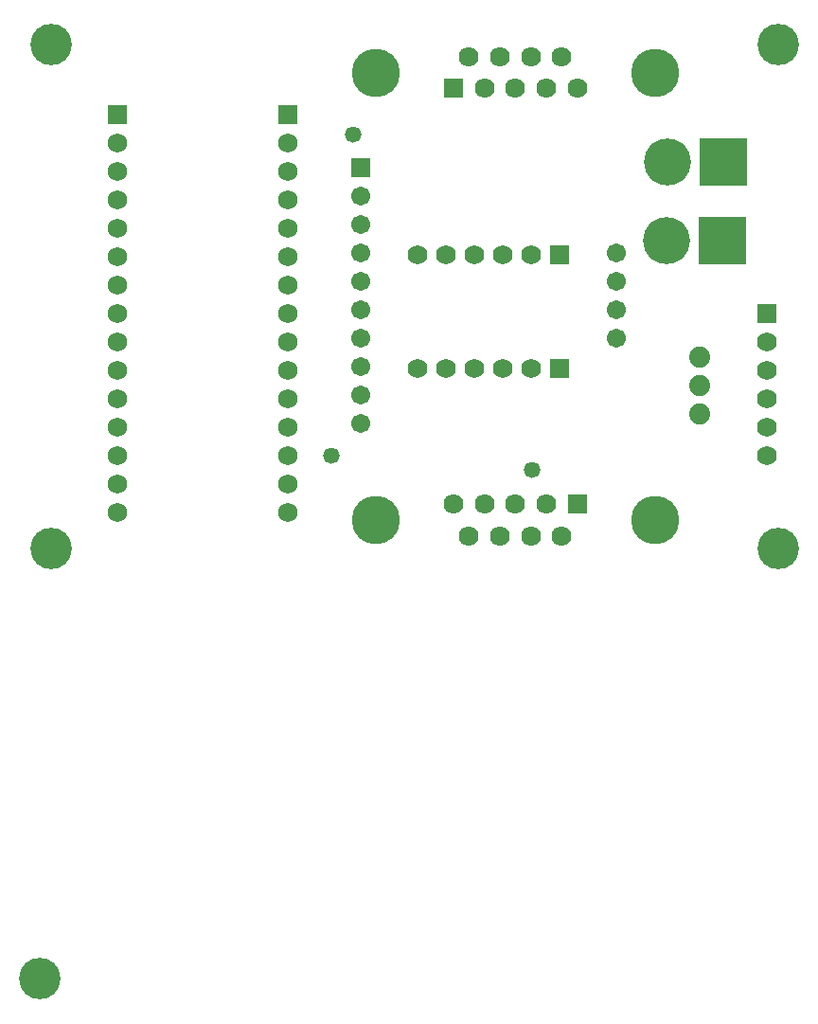
<source format=gbs>
G04*
G04 #@! TF.GenerationSoftware,Altium Limited,Altium Designer,22.8.2 (66)*
G04*
G04 Layer_Color=16711935*
%FSLAX42Y42*%
%MOMM*%
G71*
G04*
G04 #@! TF.SameCoordinates,A2DC5003-0238-437C-B528-B030F6F49A69*
G04*
G04*
G04 #@! TF.FilePolarity,Negative*
G04*
G01*
G75*
%ADD18C,4.32*%
%ADD19R,1.78X1.78*%
%ADD20C,1.78*%
%ADD21R,1.71X1.71*%
%ADD22C,1.71*%
%ADD23C,1.73*%
%ADD24R,1.73X1.73*%
%ADD25R,1.76X1.76*%
%ADD26C,1.76*%
%ADD27C,4.20*%
%ADD28R,4.20X4.20*%
%ADD29C,3.70*%
%ADD30R,1.76X1.76*%
%ADD31C,1.88*%
%ADD32C,1.47*%
D18*
X5649Y500D02*
D03*
X3150D02*
D03*
X5649Y4500D02*
D03*
X3150D02*
D03*
D19*
X4954Y642D02*
D03*
X3846Y4358D02*
D03*
D20*
X4815Y358D02*
D03*
X4677Y642D02*
D03*
X4538Y358D02*
D03*
X4400Y642D02*
D03*
X4262Y358D02*
D03*
X4123Y642D02*
D03*
X3985Y358D02*
D03*
X3846Y642D02*
D03*
X4954Y4358D02*
D03*
X4815Y4642D02*
D03*
X4677Y4358D02*
D03*
X4538Y4642D02*
D03*
X4400Y4358D02*
D03*
X4262Y4642D02*
D03*
X4123Y4358D02*
D03*
X3985Y4642D02*
D03*
D21*
X3014Y3648D02*
D03*
D22*
Y3140D02*
D03*
Y2886D02*
D03*
Y2632D02*
D03*
Y2378D02*
D03*
Y2124D02*
D03*
Y1870D02*
D03*
Y1616D02*
D03*
Y1362D02*
D03*
Y3394D02*
D03*
X5300Y2886D02*
D03*
Y2632D02*
D03*
Y2378D02*
D03*
Y2124D02*
D03*
D23*
X838Y566D02*
D03*
Y819D02*
D03*
Y1073D02*
D03*
Y1327D02*
D03*
Y1581D02*
D03*
Y1835D02*
D03*
Y2090D02*
D03*
Y2343D02*
D03*
Y2598D02*
D03*
Y2851D02*
D03*
Y3106D02*
D03*
Y3360D02*
D03*
Y3613D02*
D03*
Y3867D02*
D03*
X2362Y566D02*
D03*
Y819D02*
D03*
Y1073D02*
D03*
Y1327D02*
D03*
Y1581D02*
D03*
Y1835D02*
D03*
Y2090D02*
D03*
Y2343D02*
D03*
Y2598D02*
D03*
Y2851D02*
D03*
Y3106D02*
D03*
Y3360D02*
D03*
Y3613D02*
D03*
Y3867D02*
D03*
D24*
X838Y4122D02*
D03*
X2362D02*
D03*
D25*
X4795Y2871D02*
D03*
Y1855D02*
D03*
D26*
X4287Y2871D02*
D03*
X4033D02*
D03*
X3779D02*
D03*
X3525D02*
D03*
X4541D02*
D03*
Y1855D02*
D03*
X4287D02*
D03*
X4033D02*
D03*
X3779D02*
D03*
X3525D02*
D03*
X6650Y1080D02*
D03*
Y1334D02*
D03*
Y1588D02*
D03*
Y1842D02*
D03*
Y2096D02*
D03*
D27*
X5760Y3700D02*
D03*
X5750Y3000D02*
D03*
D28*
X6260Y3700D02*
D03*
X6250Y3000D02*
D03*
D29*
X250Y250D02*
D03*
X6750D02*
D03*
Y4750D02*
D03*
X250D02*
D03*
X150Y-3600D02*
D03*
D30*
X6650Y2350D02*
D03*
D31*
X6050Y1954D02*
D03*
Y1446D02*
D03*
Y1700D02*
D03*
D32*
X2750Y1080D02*
D03*
X2950Y3950D02*
D03*
X4550Y950D02*
D03*
M02*

</source>
